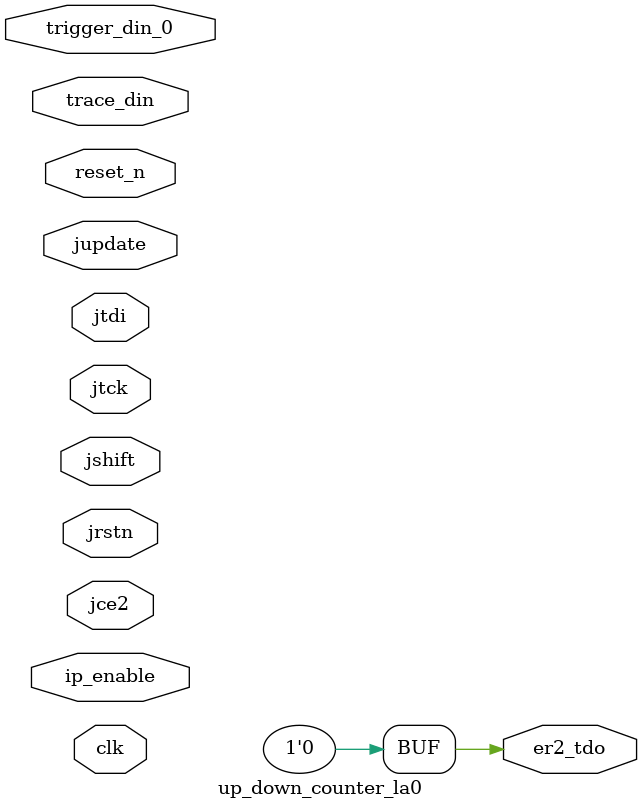
<source format=v>

/* WARNING - Changes to this file should be performed by re-running IPexpress
or modifying the .LPC file and regenerating the core.  Other changes may lead
to inconsistent simulation and/or implemenation results */

module up_down_counter_la0 (
    clk,
    reset_n,
    jtck,
    jrstn,
    jce2,
    jtdi,
    er2_tdo,
    jshift,
    jupdate,
    trigger_din_0,
    trace_din,
    ip_enable
);

// PARAMETERS DEFINED BY USER
localparam NUM_TRACE_SIGNALS   = 8;
localparam NUM_TRIGGER_SIGNALS = 1;
localparam INCLUDE_TRIG_DATA   = 0;
localparam NUM_TU_BITS_0       = 1;

input  clk;
input  reset_n;
input  jtck;
input  jrstn;
input  jce2;
input  jtdi;
output er2_tdo;
input  jshift;
input  jupdate;
input  [NUM_TU_BITS_0 -1:0] trigger_din_0;
input  [NUM_TRACE_SIGNALS + (NUM_TRIGGER_SIGNALS * INCLUDE_TRIG_DATA) -1:0] trace_din;
input  ip_enable;

assign er2_tdo = 1'b0;

endmodule

</source>
